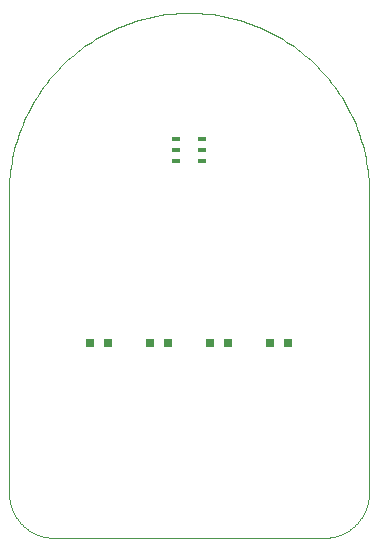
<source format=gtp>
G75*
%MOIN*%
%OFA0B0*%
%FSLAX25Y25*%
%IPPOS*%
%LPD*%
%AMOC8*
5,1,8,0,0,1.08239X$1,22.5*
%
%ADD10R,0.02559X0.01693*%
%ADD11C,0.00000*%
%ADD12R,0.03150X0.03150*%
D10*
X0057509Y0127430D03*
X0057509Y0131170D03*
X0057509Y0134910D03*
X0066170Y0134910D03*
X0066170Y0131170D03*
X0066170Y0127430D03*
D11*
X0001800Y0116800D02*
X0001800Y0016800D01*
X0001804Y0016438D01*
X0001818Y0016075D01*
X0001839Y0015713D01*
X0001870Y0015352D01*
X0001909Y0014992D01*
X0001957Y0014633D01*
X0002014Y0014275D01*
X0002079Y0013918D01*
X0002153Y0013563D01*
X0002236Y0013210D01*
X0002327Y0012859D01*
X0002426Y0012511D01*
X0002534Y0012165D01*
X0002650Y0011821D01*
X0002775Y0011481D01*
X0002907Y0011144D01*
X0003048Y0010810D01*
X0003197Y0010479D01*
X0003354Y0010152D01*
X0003518Y0009829D01*
X0003690Y0009510D01*
X0003870Y0009196D01*
X0004058Y0008885D01*
X0004253Y0008580D01*
X0004455Y0008279D01*
X0004665Y0007983D01*
X0004881Y0007693D01*
X0005105Y0007407D01*
X0005335Y0007127D01*
X0005572Y0006853D01*
X0005816Y0006585D01*
X0006066Y0006322D01*
X0006322Y0006066D01*
X0006585Y0005816D01*
X0006853Y0005572D01*
X0007127Y0005335D01*
X0007407Y0005105D01*
X0007693Y0004881D01*
X0007983Y0004665D01*
X0008279Y0004455D01*
X0008580Y0004253D01*
X0008885Y0004058D01*
X0009196Y0003870D01*
X0009510Y0003690D01*
X0009829Y0003518D01*
X0010152Y0003354D01*
X0010479Y0003197D01*
X0010810Y0003048D01*
X0011144Y0002907D01*
X0011481Y0002775D01*
X0011821Y0002650D01*
X0012165Y0002534D01*
X0012511Y0002426D01*
X0012859Y0002327D01*
X0013210Y0002236D01*
X0013563Y0002153D01*
X0013918Y0002079D01*
X0014275Y0002014D01*
X0014633Y0001957D01*
X0014992Y0001909D01*
X0015352Y0001870D01*
X0015713Y0001839D01*
X0016075Y0001818D01*
X0016438Y0001804D01*
X0016800Y0001800D01*
X0106800Y0001800D01*
X0107162Y0001804D01*
X0107525Y0001818D01*
X0107887Y0001839D01*
X0108248Y0001870D01*
X0108608Y0001909D01*
X0108967Y0001957D01*
X0109325Y0002014D01*
X0109682Y0002079D01*
X0110037Y0002153D01*
X0110390Y0002236D01*
X0110741Y0002327D01*
X0111089Y0002426D01*
X0111435Y0002534D01*
X0111779Y0002650D01*
X0112119Y0002775D01*
X0112456Y0002907D01*
X0112790Y0003048D01*
X0113121Y0003197D01*
X0113448Y0003354D01*
X0113771Y0003518D01*
X0114090Y0003690D01*
X0114404Y0003870D01*
X0114715Y0004058D01*
X0115020Y0004253D01*
X0115321Y0004455D01*
X0115617Y0004665D01*
X0115907Y0004881D01*
X0116193Y0005105D01*
X0116473Y0005335D01*
X0116747Y0005572D01*
X0117015Y0005816D01*
X0117278Y0006066D01*
X0117534Y0006322D01*
X0117784Y0006585D01*
X0118028Y0006853D01*
X0118265Y0007127D01*
X0118495Y0007407D01*
X0118719Y0007693D01*
X0118935Y0007983D01*
X0119145Y0008279D01*
X0119347Y0008580D01*
X0119542Y0008885D01*
X0119730Y0009196D01*
X0119910Y0009510D01*
X0120082Y0009829D01*
X0120246Y0010152D01*
X0120403Y0010479D01*
X0120552Y0010810D01*
X0120693Y0011144D01*
X0120825Y0011481D01*
X0120950Y0011821D01*
X0121066Y0012165D01*
X0121174Y0012511D01*
X0121273Y0012859D01*
X0121364Y0013210D01*
X0121447Y0013563D01*
X0121521Y0013918D01*
X0121586Y0014275D01*
X0121643Y0014633D01*
X0121691Y0014992D01*
X0121730Y0015352D01*
X0121761Y0015713D01*
X0121782Y0016075D01*
X0121796Y0016438D01*
X0121800Y0016800D01*
X0121800Y0116800D01*
X0121782Y0118261D01*
X0121729Y0119721D01*
X0121640Y0121180D01*
X0121516Y0122636D01*
X0121356Y0124088D01*
X0121161Y0125536D01*
X0120930Y0126979D01*
X0120665Y0128416D01*
X0120365Y0129846D01*
X0120030Y0131268D01*
X0119660Y0132682D01*
X0119256Y0134086D01*
X0118818Y0135480D01*
X0118346Y0136863D01*
X0117841Y0138234D01*
X0117302Y0139592D01*
X0116731Y0140937D01*
X0116127Y0142267D01*
X0115491Y0143583D01*
X0114823Y0144882D01*
X0114123Y0146165D01*
X0113392Y0147430D01*
X0112631Y0148678D01*
X0111840Y0149906D01*
X0111019Y0151115D01*
X0110169Y0152303D01*
X0109290Y0153470D01*
X0108383Y0154616D01*
X0107448Y0155739D01*
X0106486Y0156839D01*
X0105498Y0157915D01*
X0104484Y0158967D01*
X0103444Y0159994D01*
X0102380Y0160995D01*
X0101292Y0161971D01*
X0100180Y0162919D01*
X0099046Y0163840D01*
X0097889Y0164733D01*
X0096712Y0165597D01*
X0095513Y0166433D01*
X0094294Y0167239D01*
X0093056Y0168016D01*
X0091800Y0168762D01*
X0090526Y0169477D01*
X0089235Y0170161D01*
X0087927Y0170813D01*
X0086604Y0171433D01*
X0085266Y0172021D01*
X0083915Y0172576D01*
X0082550Y0173098D01*
X0081173Y0173586D01*
X0079784Y0174041D01*
X0078385Y0174462D01*
X0076976Y0174849D01*
X0075558Y0175201D01*
X0074132Y0175519D01*
X0072698Y0175802D01*
X0071258Y0176050D01*
X0069813Y0176263D01*
X0068362Y0176440D01*
X0066908Y0176582D01*
X0065451Y0176689D01*
X0063991Y0176760D01*
X0062531Y0176796D01*
X0061069Y0176796D01*
X0059609Y0176760D01*
X0058149Y0176689D01*
X0056692Y0176582D01*
X0055238Y0176440D01*
X0053787Y0176263D01*
X0052342Y0176050D01*
X0050902Y0175802D01*
X0049468Y0175519D01*
X0048042Y0175201D01*
X0046624Y0174849D01*
X0045215Y0174462D01*
X0043816Y0174041D01*
X0042427Y0173586D01*
X0041050Y0173098D01*
X0039685Y0172576D01*
X0038334Y0172021D01*
X0036996Y0171433D01*
X0035673Y0170813D01*
X0034365Y0170161D01*
X0033074Y0169477D01*
X0031800Y0168762D01*
X0030544Y0168016D01*
X0029306Y0167239D01*
X0028087Y0166433D01*
X0026888Y0165597D01*
X0025711Y0164733D01*
X0024554Y0163840D01*
X0023420Y0162919D01*
X0022308Y0161971D01*
X0021220Y0160995D01*
X0020156Y0159994D01*
X0019116Y0158967D01*
X0018102Y0157915D01*
X0017114Y0156839D01*
X0016152Y0155739D01*
X0015217Y0154616D01*
X0014310Y0153470D01*
X0013431Y0152303D01*
X0012581Y0151115D01*
X0011760Y0149906D01*
X0010969Y0148678D01*
X0010208Y0147430D01*
X0009477Y0146165D01*
X0008777Y0144882D01*
X0008109Y0143583D01*
X0007473Y0142267D01*
X0006869Y0140937D01*
X0006298Y0139592D01*
X0005759Y0138234D01*
X0005254Y0136863D01*
X0004782Y0135480D01*
X0004344Y0134086D01*
X0003940Y0132682D01*
X0003570Y0131268D01*
X0003235Y0129846D01*
X0002935Y0128416D01*
X0002670Y0126979D01*
X0002439Y0125536D01*
X0002244Y0124088D01*
X0002084Y0122636D01*
X0001960Y0121180D01*
X0001871Y0119721D01*
X0001818Y0118261D01*
X0001800Y0116800D01*
D12*
X0028847Y0066800D03*
X0034753Y0066800D03*
X0048847Y0066800D03*
X0054753Y0066800D03*
X0068847Y0066800D03*
X0074753Y0066800D03*
X0088847Y0066800D03*
X0094753Y0066800D03*
M02*

</source>
